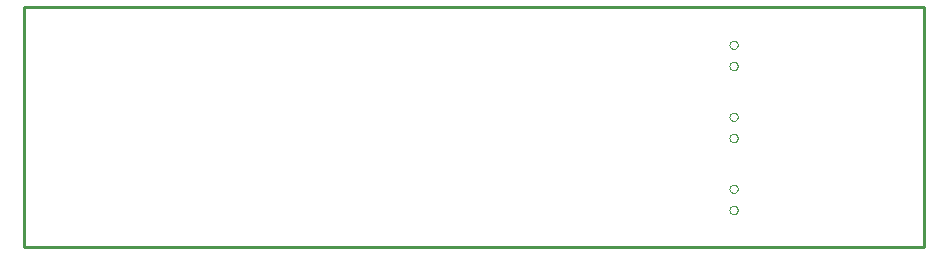
<source format=gbr>
G75*
G70*
%OFA0B0*%
%FSLAX24Y24*%
%IPPOS*%
%LPD*%
%AMOC8*
5,1,8,0,0,1.08239X$1,22.5*
%
%ADD10C,0.0100*%
%ADD11C,0.0000*%
D10*
X006158Y009202D02*
X006158Y017202D01*
X036158Y017202D01*
X036158Y009202D01*
X006158Y009202D01*
D11*
X029670Y010448D02*
X029672Y010472D01*
X029678Y010495D01*
X029688Y010517D01*
X029702Y010537D01*
X029719Y010554D01*
X029739Y010568D01*
X029761Y010578D01*
X029784Y010584D01*
X029808Y010586D01*
X029832Y010584D01*
X029855Y010578D01*
X029877Y010568D01*
X029897Y010554D01*
X029914Y010537D01*
X029928Y010517D01*
X029938Y010495D01*
X029944Y010472D01*
X029946Y010448D01*
X029944Y010424D01*
X029938Y010401D01*
X029928Y010379D01*
X029914Y010359D01*
X029897Y010342D01*
X029877Y010328D01*
X029855Y010318D01*
X029832Y010312D01*
X029808Y010310D01*
X029784Y010312D01*
X029761Y010318D01*
X029739Y010328D01*
X029719Y010342D01*
X029702Y010359D01*
X029688Y010379D01*
X029678Y010401D01*
X029672Y010424D01*
X029670Y010448D01*
X029670Y011156D02*
X029672Y011180D01*
X029678Y011203D01*
X029688Y011225D01*
X029702Y011245D01*
X029719Y011262D01*
X029739Y011276D01*
X029761Y011286D01*
X029784Y011292D01*
X029808Y011294D01*
X029832Y011292D01*
X029855Y011286D01*
X029877Y011276D01*
X029897Y011262D01*
X029914Y011245D01*
X029928Y011225D01*
X029938Y011203D01*
X029944Y011180D01*
X029946Y011156D01*
X029944Y011132D01*
X029938Y011109D01*
X029928Y011087D01*
X029914Y011067D01*
X029897Y011050D01*
X029877Y011036D01*
X029855Y011026D01*
X029832Y011020D01*
X029808Y011018D01*
X029784Y011020D01*
X029761Y011026D01*
X029739Y011036D01*
X029719Y011050D01*
X029702Y011067D01*
X029688Y011087D01*
X029678Y011109D01*
X029672Y011132D01*
X029670Y011156D01*
X029670Y012848D02*
X029672Y012872D01*
X029678Y012895D01*
X029688Y012917D01*
X029702Y012937D01*
X029719Y012954D01*
X029739Y012968D01*
X029761Y012978D01*
X029784Y012984D01*
X029808Y012986D01*
X029832Y012984D01*
X029855Y012978D01*
X029877Y012968D01*
X029897Y012954D01*
X029914Y012937D01*
X029928Y012917D01*
X029938Y012895D01*
X029944Y012872D01*
X029946Y012848D01*
X029944Y012824D01*
X029938Y012801D01*
X029928Y012779D01*
X029914Y012759D01*
X029897Y012742D01*
X029877Y012728D01*
X029855Y012718D01*
X029832Y012712D01*
X029808Y012710D01*
X029784Y012712D01*
X029761Y012718D01*
X029739Y012728D01*
X029719Y012742D01*
X029702Y012759D01*
X029688Y012779D01*
X029678Y012801D01*
X029672Y012824D01*
X029670Y012848D01*
X029670Y013556D02*
X029672Y013580D01*
X029678Y013603D01*
X029688Y013625D01*
X029702Y013645D01*
X029719Y013662D01*
X029739Y013676D01*
X029761Y013686D01*
X029784Y013692D01*
X029808Y013694D01*
X029832Y013692D01*
X029855Y013686D01*
X029877Y013676D01*
X029897Y013662D01*
X029914Y013645D01*
X029928Y013625D01*
X029938Y013603D01*
X029944Y013580D01*
X029946Y013556D01*
X029944Y013532D01*
X029938Y013509D01*
X029928Y013487D01*
X029914Y013467D01*
X029897Y013450D01*
X029877Y013436D01*
X029855Y013426D01*
X029832Y013420D01*
X029808Y013418D01*
X029784Y013420D01*
X029761Y013426D01*
X029739Y013436D01*
X029719Y013450D01*
X029702Y013467D01*
X029688Y013487D01*
X029678Y013509D01*
X029672Y013532D01*
X029670Y013556D01*
X029670Y015248D02*
X029672Y015272D01*
X029678Y015295D01*
X029688Y015317D01*
X029702Y015337D01*
X029719Y015354D01*
X029739Y015368D01*
X029761Y015378D01*
X029784Y015384D01*
X029808Y015386D01*
X029832Y015384D01*
X029855Y015378D01*
X029877Y015368D01*
X029897Y015354D01*
X029914Y015337D01*
X029928Y015317D01*
X029938Y015295D01*
X029944Y015272D01*
X029946Y015248D01*
X029944Y015224D01*
X029938Y015201D01*
X029928Y015179D01*
X029914Y015159D01*
X029897Y015142D01*
X029877Y015128D01*
X029855Y015118D01*
X029832Y015112D01*
X029808Y015110D01*
X029784Y015112D01*
X029761Y015118D01*
X029739Y015128D01*
X029719Y015142D01*
X029702Y015159D01*
X029688Y015179D01*
X029678Y015201D01*
X029672Y015224D01*
X029670Y015248D01*
X029670Y015956D02*
X029672Y015980D01*
X029678Y016003D01*
X029688Y016025D01*
X029702Y016045D01*
X029719Y016062D01*
X029739Y016076D01*
X029761Y016086D01*
X029784Y016092D01*
X029808Y016094D01*
X029832Y016092D01*
X029855Y016086D01*
X029877Y016076D01*
X029897Y016062D01*
X029914Y016045D01*
X029928Y016025D01*
X029938Y016003D01*
X029944Y015980D01*
X029946Y015956D01*
X029944Y015932D01*
X029938Y015909D01*
X029928Y015887D01*
X029914Y015867D01*
X029897Y015850D01*
X029877Y015836D01*
X029855Y015826D01*
X029832Y015820D01*
X029808Y015818D01*
X029784Y015820D01*
X029761Y015826D01*
X029739Y015836D01*
X029719Y015850D01*
X029702Y015867D01*
X029688Y015887D01*
X029678Y015909D01*
X029672Y015932D01*
X029670Y015956D01*
M02*

</source>
